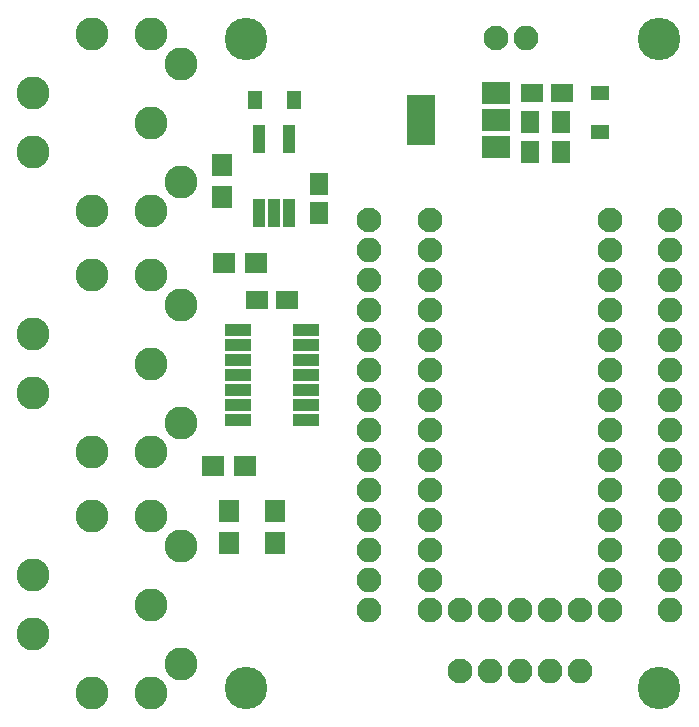
<source format=gts>
G04 #@! TF.FileFunction,Soldermask,Top*
%FSLAX46Y46*%
G04 Gerber Fmt 4.6, Leading zero omitted, Abs format (unit mm)*
G04 Created by KiCad (PCBNEW 4.0.4-stable) date Thursday, April 12, 2018 'PMt' 12:11:18 PM*
%MOMM*%
%LPD*%
G01*
G04 APERTURE LIST*
%ADD10C,0.100000*%
%ADD11C,3.600000*%
%ADD12R,1.900000X1.650000*%
%ADD13R,1.300000X1.600000*%
%ADD14C,2.100000*%
%ADD15O,2.100000X2.100000*%
%ADD16R,1.650000X1.900000*%
%ADD17R,1.600000X1.300000*%
%ADD18R,1.040000X2.400000*%
%ADD19R,2.400000X4.200000*%
%ADD20R,2.400000X1.900000*%
%ADD21R,2.300000X1.000000*%
%ADD22R,1.700000X1.900000*%
%ADD23R,1.900000X1.700000*%
%ADD24C,2.800000*%
G04 APERTURE END LIST*
D10*
D11*
X105800000Y-53000000D03*
X105800000Y-108000000D03*
X70800000Y-108000000D03*
X70800000Y-53000000D03*
D12*
X74250000Y-75100000D03*
X71750000Y-75100000D03*
D13*
X74850000Y-58200000D03*
X71550000Y-58200000D03*
D14*
X81260000Y-68380000D03*
D15*
X81260000Y-70920000D03*
X81260000Y-73460000D03*
X81260000Y-76000000D03*
X81260000Y-78540000D03*
X81260000Y-81080000D03*
X81260000Y-83620000D03*
X81260000Y-86160000D03*
X81260000Y-88700000D03*
X81260000Y-91240000D03*
X81260000Y-93780000D03*
X81260000Y-96320000D03*
X81260000Y-98860000D03*
X81260000Y-101400000D03*
D14*
X88900000Y-106500000D03*
D15*
X91440000Y-106500000D03*
X93980000Y-106500000D03*
X96520000Y-106500000D03*
X99060000Y-106500000D03*
D14*
X106700000Y-68380000D03*
D15*
X106700000Y-70920000D03*
X106700000Y-73460000D03*
X106700000Y-76000000D03*
X106700000Y-78540000D03*
X106700000Y-81080000D03*
X106700000Y-83620000D03*
X106700000Y-86160000D03*
X106700000Y-88700000D03*
X106700000Y-91240000D03*
X106700000Y-93780000D03*
X106700000Y-96320000D03*
X106700000Y-98860000D03*
X106700000Y-101400000D03*
D14*
X101600000Y-101400000D03*
X101600000Y-98860000D03*
X101600000Y-96320000D03*
X101600000Y-93780000D03*
X101600000Y-91240000D03*
X101600000Y-88700000D03*
X101600000Y-86160000D03*
X101600000Y-83620000D03*
X101600000Y-81080000D03*
X101600000Y-78540000D03*
X101600000Y-76000000D03*
X101600000Y-73460000D03*
X101600000Y-70920000D03*
X101600000Y-68380000D03*
X86360000Y-68380000D03*
X86360000Y-70920000D03*
X86360000Y-73460000D03*
X86360000Y-76000000D03*
X86360000Y-78540000D03*
X86360000Y-81080000D03*
X86360000Y-83620000D03*
X86360000Y-86160000D03*
X86360000Y-88700000D03*
X86360000Y-91240000D03*
X86360000Y-93780000D03*
X86360000Y-96320000D03*
X86360000Y-98860000D03*
X86360000Y-101400000D03*
X88900000Y-101400000D03*
X91440000Y-101400000D03*
X93980000Y-101400000D03*
X96520000Y-101400000D03*
X99060000Y-101400000D03*
D16*
X77000000Y-67750000D03*
X77000000Y-65250000D03*
D12*
X95050000Y-57600000D03*
X97550000Y-57600000D03*
D16*
X94900000Y-60050000D03*
X94900000Y-62550000D03*
X97500000Y-60050000D03*
X97500000Y-62550000D03*
D17*
X100800000Y-57550000D03*
X100800000Y-60850000D03*
D18*
X74470000Y-61450000D03*
X71930000Y-61450000D03*
X71930000Y-67750000D03*
X73200000Y-67750000D03*
X74470000Y-67750000D03*
D19*
X85650000Y-59900000D03*
D20*
X91950000Y-59900000D03*
X91950000Y-57600000D03*
X91950000Y-62200000D03*
D21*
X70100000Y-77690000D03*
X70100000Y-78960000D03*
X70100000Y-80230000D03*
X70100000Y-81500000D03*
X70100000Y-82770000D03*
X70100000Y-84040000D03*
X70100000Y-85310000D03*
X75900000Y-85310000D03*
X75900000Y-84040000D03*
X75900000Y-82770000D03*
X75900000Y-81500000D03*
X75900000Y-80230000D03*
X75900000Y-78960000D03*
X75900000Y-77690000D03*
D22*
X68800000Y-66350000D03*
X68800000Y-63650000D03*
D23*
X68950000Y-72000000D03*
X71650000Y-72000000D03*
X70750000Y-89200000D03*
X68050000Y-89200000D03*
D22*
X69400000Y-95650000D03*
X69400000Y-92950000D03*
X73300000Y-92950000D03*
X73300000Y-95650000D03*
D14*
X92000000Y-52900000D03*
D15*
X94540000Y-52900000D03*
D24*
X57800000Y-52600000D03*
X57800000Y-67600000D03*
X62800000Y-52600000D03*
X62800000Y-60100000D03*
X62800000Y-67600000D03*
X65300000Y-55100000D03*
X65300000Y-65100000D03*
X52800000Y-57600000D03*
X52800000Y-62600000D03*
X57800000Y-73000000D03*
X57800000Y-88000000D03*
X62800000Y-73000000D03*
X62800000Y-80500000D03*
X62800000Y-88000000D03*
X65300000Y-75500000D03*
X65300000Y-85500000D03*
X52800000Y-78000000D03*
X52800000Y-83000000D03*
X57800000Y-93400000D03*
X57800000Y-108400000D03*
X62800000Y-93400000D03*
X62800000Y-100900000D03*
X62800000Y-108400000D03*
X65300000Y-95900000D03*
X65300000Y-105900000D03*
X52800000Y-98400000D03*
X52800000Y-103400000D03*
M02*

</source>
